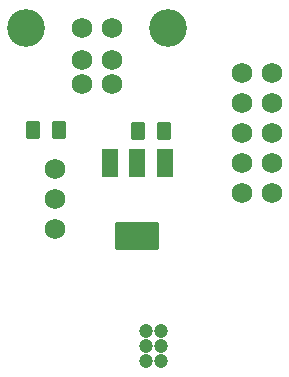
<source format=gts>
%TF.GenerationSoftware,KiCad,Pcbnew,7.0.8*%
%TF.CreationDate,2023-12-28T22:14:51-05:00*%
%TF.ProjectId,petit-jtag,70657469-742d-46a7-9461-672e6b696361,1.0*%
%TF.SameCoordinates,PX8aadb58PY71d9820*%
%TF.FileFunction,Soldermask,Top*%
%TF.FilePolarity,Negative*%
%FSLAX46Y46*%
G04 Gerber Fmt 4.6, Leading zero omitted, Abs format (unit mm)*
G04 Created by KiCad (PCBNEW 7.0.8) date 2023-12-28 22:14:51*
%MOMM*%
%LPD*%
G01*
G04 APERTURE LIST*
G04 Aperture macros list*
%AMRoundRect*
0 Rectangle with rounded corners*
0 $1 Rounding radius*
0 $2 $3 $4 $5 $6 $7 $8 $9 X,Y pos of 4 corners*
0 Add a 4 corners polygon primitive as box body*
4,1,4,$2,$3,$4,$5,$6,$7,$8,$9,$2,$3,0*
0 Add four circle primitives for the rounded corners*
1,1,$1+$1,$2,$3*
1,1,$1+$1,$4,$5*
1,1,$1+$1,$6,$7*
1,1,$1+$1,$8,$9*
0 Add four rect primitives between the rounded corners*
20,1,$1+$1,$2,$3,$4,$5,0*
20,1,$1+$1,$4,$5,$6,$7,0*
20,1,$1+$1,$6,$7,$8,$9,0*
20,1,$1+$1,$8,$9,$2,$3,0*%
G04 Aperture macros list end*
%ADD10C,1.203200*%
%ADD11C,1.727200*%
%ADD12C,3.203200*%
%ADD13RoundRect,0.101600X-0.508000X-0.635000X0.508000X-0.635000X0.508000X0.635000X-0.508000X0.635000X0*%
%ADD14RoundRect,0.101600X0.600000X1.100000X-0.600000X1.100000X-0.600000X-1.100000X0.600000X-1.100000X0*%
%ADD15RoundRect,0.101600X1.750000X1.100000X-1.750000X1.100000X-1.750000X-1.100000X1.750000X-1.100000X0*%
%ADD16RoundRect,0.101600X0.508000X0.635000X-0.508000X0.635000X-0.508000X-0.635000X0.508000X-0.635000X0*%
G04 APERTURE END LIST*
D10*
%TO.C,CON101*%
X13462000Y5334000D03*
X14732000Y5334000D03*
X13462000Y4064000D03*
X14732000Y4064000D03*
X13462000Y2794000D03*
X14732000Y2794000D03*
%TD*%
D11*
%TO.C,CON102*%
X8021000Y26270000D03*
X10521000Y26270000D03*
X10521000Y28270000D03*
X8021000Y28270000D03*
D12*
X3251000Y30980000D03*
X15291000Y30980000D03*
%TD*%
D11*
%TO.C,CON104*%
X5715000Y13970000D03*
X5715000Y16510000D03*
X5715000Y19050000D03*
%TD*%
D13*
%TO.C,C102*%
X12763500Y22225000D03*
X14922500Y22225000D03*
%TD*%
D14*
%TO.C,U101*%
X15000000Y19558000D03*
D15*
X12700000Y13358000D03*
D14*
X12700000Y19558000D03*
X10400000Y19558000D03*
%TD*%
D16*
%TO.C,C101*%
X6032500Y22352000D03*
X3873500Y22352000D03*
%TD*%
D11*
%TO.C,CON103*%
X21590000Y27178000D03*
X24130000Y27178000D03*
X21590000Y24638000D03*
X24130000Y24638000D03*
X21590000Y22098000D03*
X24130000Y22098000D03*
X21590000Y19558000D03*
X24130000Y19558000D03*
X21590000Y17018000D03*
X24130000Y17018000D03*
%TD*%
%TO.C,CON105*%
X8001000Y30988000D03*
X10541000Y30988000D03*
%TD*%
M02*

</source>
